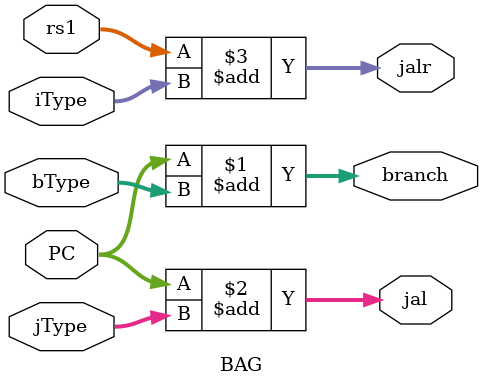
<source format=sv>
`timescale 1ns / 1ps


module BAG(
    input [31:0] PC,
    input [31:0] bType,
    input [31:0] iType,
    input [31:0] jType,
    input [31:0] rs1,
    output [31:0] jalr,
    output [31:0] branch,
    output [31:0] jal
    );
    
    assign branch = PC + bType;
    assign jal = PC + jType;
    assign jalr = rs1 + iType;
endmodule

</source>
